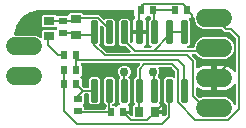
<source format=gbr>
G04 EAGLE Gerber RS-274X export*
G75*
%MOMM*%
%FSLAX34Y34*%
%LPD*%
%INTop Copper*%
%IPPOS*%
%AMOC8*
5,1,8,0,0,1.08239X$1,22.5*%
G01*
%ADD10C,0.300000*%
%ADD11R,0.600000X0.700000*%
%ADD12R,0.700000X0.600000*%
%ADD13R,0.900000X0.700000*%
%ADD14R,0.700000X0.900000*%
%ADD15C,1.524000*%
%ADD16C,0.152400*%
%ADD17C,0.756400*%

G36*
X258253Y261384D02*
X258253Y261384D01*
X258391Y261397D01*
X258411Y261404D01*
X258431Y261407D01*
X258560Y261458D01*
X258691Y261505D01*
X258708Y261516D01*
X258726Y261524D01*
X258839Y261605D01*
X258954Y261683D01*
X258967Y261699D01*
X258984Y261710D01*
X259073Y261818D01*
X259164Y261922D01*
X259174Y261940D01*
X259186Y261955D01*
X259246Y262081D01*
X259309Y262205D01*
X259313Y262225D01*
X259322Y262243D01*
X259348Y262379D01*
X259379Y262515D01*
X259378Y262536D01*
X259382Y262555D01*
X259373Y262694D01*
X259369Y262833D01*
X259363Y262853D01*
X259362Y262873D01*
X259319Y263005D01*
X259281Y263139D01*
X259270Y263156D01*
X259264Y263175D01*
X259190Y263293D01*
X259119Y263413D01*
X259100Y263434D01*
X259094Y263444D01*
X259079Y263458D01*
X259013Y263533D01*
X255543Y267004D01*
X255464Y267064D01*
X255392Y267132D01*
X255339Y267161D01*
X255291Y267198D01*
X255200Y267238D01*
X255114Y267286D01*
X255055Y267301D01*
X254999Y267325D01*
X254901Y267340D01*
X254806Y267365D01*
X254706Y267371D01*
X254685Y267375D01*
X254673Y267373D01*
X254645Y267375D01*
X251247Y267375D01*
X249475Y269147D01*
X249475Y288353D01*
X251247Y290125D01*
X256753Y290125D01*
X258525Y288353D01*
X258525Y271015D01*
X258537Y270917D01*
X258540Y270818D01*
X258557Y270759D01*
X258565Y270699D01*
X258601Y270607D01*
X258629Y270512D01*
X258659Y270460D01*
X258682Y270404D01*
X258740Y270324D01*
X258790Y270238D01*
X258856Y270163D01*
X258868Y270146D01*
X258878Y270139D01*
X258896Y270117D01*
X258993Y270021D01*
X259102Y269936D01*
X259209Y269848D01*
X259228Y269839D01*
X259244Y269826D01*
X259372Y269771D01*
X259497Y269712D01*
X259517Y269708D01*
X259536Y269700D01*
X259674Y269678D01*
X259810Y269652D01*
X259830Y269653D01*
X259850Y269650D01*
X259989Y269663D01*
X260127Y269672D01*
X260146Y269678D01*
X260166Y269680D01*
X260298Y269727D01*
X260429Y269770D01*
X260447Y269781D01*
X260466Y269788D01*
X260581Y269866D01*
X260698Y269940D01*
X260712Y269955D01*
X260729Y269966D01*
X260821Y270070D01*
X260916Y270172D01*
X260926Y270190D01*
X260939Y270205D01*
X261003Y270329D01*
X261070Y270450D01*
X261075Y270470D01*
X261084Y270488D01*
X261114Y270624D01*
X261149Y270758D01*
X261151Y270786D01*
X261154Y270798D01*
X261153Y270819D01*
X261159Y270919D01*
X261159Y277251D01*
X266470Y277251D01*
X266588Y277266D01*
X266707Y277273D01*
X266714Y277275D01*
X266770Y277261D01*
X266830Y277257D01*
X266850Y277253D01*
X266870Y277255D01*
X266930Y277251D01*
X272241Y277251D01*
X272241Y269868D01*
X271965Y268840D01*
X271433Y267919D01*
X270858Y267343D01*
X270773Y267234D01*
X270684Y267127D01*
X270675Y267108D01*
X270663Y267092D01*
X270608Y266964D01*
X270549Y266839D01*
X270545Y266819D01*
X270537Y266800D01*
X270515Y266662D01*
X270489Y266526D01*
X270490Y266506D01*
X270487Y266486D01*
X270500Y266347D01*
X270508Y266209D01*
X270515Y266190D01*
X270517Y266170D01*
X270564Y266039D01*
X270607Y265907D01*
X270617Y265889D01*
X270624Y265870D01*
X270702Y265756D01*
X270777Y265638D01*
X270791Y265624D01*
X270803Y265607D01*
X270907Y265515D01*
X271008Y265420D01*
X271026Y265410D01*
X271041Y265397D01*
X271165Y265334D01*
X271287Y265266D01*
X271306Y265261D01*
X271324Y265252D01*
X271460Y265222D01*
X271595Y265187D01*
X271623Y265185D01*
X271635Y265182D01*
X271655Y265183D01*
X271755Y265177D01*
X275781Y265177D01*
X275919Y265194D01*
X276058Y265207D01*
X276077Y265214D01*
X276097Y265217D01*
X276226Y265268D01*
X276357Y265315D01*
X276374Y265326D01*
X276393Y265334D01*
X276505Y265415D01*
X276620Y265493D01*
X276634Y265509D01*
X276650Y265520D01*
X276739Y265628D01*
X276831Y265732D01*
X276840Y265750D01*
X276853Y265765D01*
X276912Y265891D01*
X276975Y266015D01*
X276980Y266035D01*
X276988Y266053D01*
X277014Y266189D01*
X277045Y266325D01*
X277044Y266346D01*
X277048Y266365D01*
X277039Y266504D01*
X277035Y266643D01*
X277030Y266663D01*
X277028Y266683D01*
X276986Y266815D01*
X276947Y266949D01*
X276937Y266966D01*
X276930Y266985D01*
X276856Y267103D01*
X276785Y267223D01*
X276767Y267244D01*
X276760Y267254D01*
X276745Y267268D01*
X276679Y267343D01*
X274875Y269147D01*
X274875Y288353D01*
X276511Y289989D01*
X276596Y290098D01*
X276685Y290205D01*
X276693Y290224D01*
X276706Y290240D01*
X276761Y290368D01*
X276820Y290493D01*
X276824Y290513D01*
X276832Y290532D01*
X276854Y290670D01*
X276880Y290806D01*
X276879Y290826D01*
X276882Y290846D01*
X276869Y290985D01*
X276860Y291123D01*
X276854Y291142D01*
X276852Y291162D01*
X276805Y291294D01*
X276762Y291425D01*
X276752Y291443D01*
X276745Y291462D01*
X276667Y291577D01*
X276592Y291694D01*
X276577Y291708D01*
X276566Y291725D01*
X276462Y291817D01*
X276361Y291912D01*
X276343Y291922D01*
X276328Y291935D01*
X276204Y291999D01*
X276082Y292066D01*
X276062Y292071D01*
X276044Y292080D01*
X275909Y292110D01*
X275774Y292145D01*
X275746Y292147D01*
X275734Y292150D01*
X275714Y292149D01*
X275613Y292155D01*
X274295Y292155D01*
X274199Y292204D01*
X274160Y292213D01*
X274123Y292229D01*
X274005Y292248D01*
X273889Y292274D01*
X273849Y292273D01*
X273809Y292279D01*
X273690Y292268D01*
X273571Y292264D01*
X273532Y292253D01*
X273492Y292249D01*
X273380Y292209D01*
X273266Y292176D01*
X273231Y292155D01*
X273193Y292142D01*
X273094Y292075D01*
X272992Y292014D01*
X272947Y291974D01*
X272930Y291963D01*
X272916Y291948D01*
X272871Y291908D01*
X272610Y291647D01*
X271932Y291256D01*
X271837Y291184D01*
X271738Y291118D01*
X271711Y291088D01*
X271679Y291063D01*
X271605Y290970D01*
X271525Y290882D01*
X271506Y290846D01*
X271481Y290814D01*
X271433Y290705D01*
X271378Y290600D01*
X271368Y290561D01*
X271352Y290524D01*
X271332Y290406D01*
X271305Y290290D01*
X271305Y290250D01*
X271299Y290210D01*
X271309Y290091D01*
X271311Y289972D01*
X271322Y289933D01*
X271325Y289893D01*
X271364Y289781D01*
X271396Y289666D01*
X271423Y289612D01*
X271430Y289593D01*
X271441Y289576D01*
X271468Y289522D01*
X271965Y288660D01*
X272241Y287632D01*
X272241Y280249D01*
X266930Y280249D01*
X266812Y280234D01*
X266693Y280227D01*
X266686Y280225D01*
X266630Y280239D01*
X266570Y280243D01*
X266550Y280247D01*
X266530Y280245D01*
X266470Y280249D01*
X261159Y280249D01*
X261159Y287632D01*
X261435Y288660D01*
X261967Y289581D01*
X262772Y290386D01*
X262811Y290412D01*
X262838Y290442D01*
X262870Y290466D01*
X262944Y290560D01*
X263024Y290648D01*
X263043Y290684D01*
X263068Y290716D01*
X263116Y290825D01*
X263171Y290930D01*
X263181Y290969D01*
X263197Y291006D01*
X263217Y291123D01*
X263244Y291240D01*
X263244Y291280D01*
X263250Y291320D01*
X263240Y291438D01*
X263238Y291558D01*
X263227Y291596D01*
X263224Y291637D01*
X263185Y291749D01*
X263153Y291864D01*
X263126Y291918D01*
X263120Y291937D01*
X263108Y291954D01*
X263081Y292008D01*
X262682Y292699D01*
X262509Y293346D01*
X262509Y296418D01*
X262494Y296536D01*
X262487Y296655D01*
X262474Y296693D01*
X262469Y296734D01*
X262426Y296844D01*
X262389Y296957D01*
X262367Y296992D01*
X262352Y297029D01*
X262283Y297125D01*
X262219Y297226D01*
X262189Y297254D01*
X262166Y297287D01*
X262074Y297363D01*
X261987Y297444D01*
X261952Y297464D01*
X261921Y297489D01*
X261813Y297540D01*
X261709Y297598D01*
X261669Y297608D01*
X261633Y297625D01*
X261516Y297647D01*
X261401Y297677D01*
X261341Y297681D01*
X261321Y297685D01*
X261300Y297683D01*
X261240Y297687D01*
X182880Y297687D01*
X182859Y297685D01*
X182797Y297685D01*
X180078Y297506D01*
X180035Y297498D01*
X179991Y297498D01*
X179833Y297466D01*
X174581Y296059D01*
X174502Y296026D01*
X174419Y296003D01*
X174296Y295942D01*
X174287Y295938D01*
X174283Y295936D01*
X174275Y295932D01*
X169566Y293213D01*
X169498Y293161D01*
X169424Y293118D01*
X169321Y293027D01*
X169313Y293021D01*
X169310Y293018D01*
X169303Y293011D01*
X165459Y289167D01*
X165406Y289099D01*
X165346Y289038D01*
X165270Y288924D01*
X165264Y288916D01*
X165262Y288912D01*
X165257Y288904D01*
X162538Y284195D01*
X162505Y284116D01*
X162463Y284042D01*
X162419Y283912D01*
X162415Y283902D01*
X162414Y283898D01*
X162411Y283889D01*
X161004Y278637D01*
X160998Y278593D01*
X160984Y278551D01*
X160964Y278392D01*
X160885Y277197D01*
X160885Y277196D01*
X160885Y277194D01*
X160895Y277039D01*
X160904Y276880D01*
X160905Y276878D01*
X160905Y276877D01*
X160955Y276721D01*
X161002Y276577D01*
X161003Y276576D01*
X161003Y276575D01*
X161092Y276433D01*
X161172Y276308D01*
X161172Y276307D01*
X161173Y276306D01*
X161291Y276195D01*
X161403Y276089D01*
X161404Y276089D01*
X161405Y276088D01*
X161544Y276011D01*
X161681Y275935D01*
X161682Y275935D01*
X161683Y275934D01*
X161835Y275895D01*
X161989Y275855D01*
X161990Y275855D01*
X161991Y275855D01*
X162152Y275845D01*
X178349Y275845D01*
X181710Y274453D01*
X182309Y273854D01*
X182418Y273769D01*
X182525Y273680D01*
X182544Y273672D01*
X182560Y273659D01*
X182688Y273604D01*
X182813Y273545D01*
X182833Y273541D01*
X182852Y273533D01*
X182990Y273511D01*
X183126Y273485D01*
X183146Y273486D01*
X183166Y273483D01*
X183305Y273496D01*
X183443Y273505D01*
X183462Y273511D01*
X183482Y273513D01*
X183613Y273560D01*
X183745Y273603D01*
X183763Y273613D01*
X183782Y273620D01*
X183896Y273698D01*
X184014Y273773D01*
X184028Y273788D01*
X184045Y273799D01*
X184137Y273903D01*
X184232Y274004D01*
X184242Y274022D01*
X184255Y274037D01*
X184318Y274161D01*
X184386Y274283D01*
X184391Y274303D01*
X184400Y274321D01*
X184430Y274456D01*
X184465Y274591D01*
X184467Y274619D01*
X184470Y274631D01*
X184469Y274651D01*
X184475Y274752D01*
X184475Y279572D01*
X185368Y280465D01*
X195636Y280465D01*
X195754Y280480D01*
X195873Y280487D01*
X195911Y280500D01*
X195952Y280505D01*
X196062Y280548D01*
X196175Y280585D01*
X196210Y280607D01*
X196247Y280622D01*
X196343Y280691D01*
X196444Y280755D01*
X196472Y280785D01*
X196505Y280808D01*
X196581Y280900D01*
X196662Y280987D01*
X196682Y281022D01*
X196707Y281053D01*
X196758Y281161D01*
X196816Y281265D01*
X196826Y281305D01*
X196843Y281341D01*
X196865Y281458D01*
X196895Y281573D01*
X196899Y281633D01*
X196903Y281653D01*
X196901Y281674D01*
X196905Y281734D01*
X196905Y282146D01*
X196890Y282264D01*
X196883Y282383D01*
X196870Y282421D01*
X196865Y282462D01*
X196822Y282572D01*
X196785Y282685D01*
X196763Y282720D01*
X196748Y282757D01*
X196679Y282853D01*
X196615Y282954D01*
X196585Y282982D01*
X196562Y283015D01*
X196470Y283091D01*
X196383Y283172D01*
X196348Y283192D01*
X196317Y283217D01*
X196209Y283268D01*
X196105Y283326D01*
X196065Y283336D01*
X196029Y283353D01*
X195912Y283375D01*
X195797Y283405D01*
X195737Y283409D01*
X195717Y283413D01*
X195696Y283411D01*
X195636Y283415D01*
X185368Y283415D01*
X184475Y284308D01*
X184475Y292572D01*
X185368Y293465D01*
X195632Y293465D01*
X196183Y292914D01*
X196277Y292841D01*
X196366Y292762D01*
X196402Y292744D01*
X196434Y292719D01*
X196543Y292671D01*
X196649Y292617D01*
X196688Y292609D01*
X196726Y292593D01*
X196844Y292574D01*
X196959Y292548D01*
X197000Y292549D01*
X197040Y292543D01*
X197159Y292554D01*
X197277Y292557D01*
X197316Y292569D01*
X197356Y292572D01*
X197469Y292613D01*
X197583Y292646D01*
X197618Y292666D01*
X197656Y292680D01*
X197736Y292735D01*
X206066Y292735D01*
X206184Y292750D01*
X206303Y292757D01*
X206341Y292770D01*
X206382Y292775D01*
X206492Y292818D01*
X206605Y292855D01*
X206640Y292877D01*
X206677Y292892D01*
X206773Y292961D01*
X206874Y293025D01*
X206902Y293055D01*
X206935Y293078D01*
X207011Y293170D01*
X207092Y293257D01*
X207112Y293292D01*
X207137Y293323D01*
X207188Y293431D01*
X207246Y293535D01*
X207256Y293575D01*
X207273Y293611D01*
X207295Y293728D01*
X207321Y293827D01*
X208228Y294735D01*
X218492Y294735D01*
X219682Y293544D01*
X219760Y293484D01*
X219832Y293416D01*
X219885Y293387D01*
X219933Y293350D01*
X220024Y293310D01*
X220111Y293262D01*
X220169Y293247D01*
X220225Y293223D01*
X220323Y293208D01*
X220419Y293183D01*
X220519Y293177D01*
X220539Y293173D01*
X220551Y293175D01*
X220579Y293173D01*
X232615Y293173D01*
X236208Y289580D01*
X236302Y289507D01*
X236391Y289429D01*
X236427Y289410D01*
X236459Y289385D01*
X236569Y289338D01*
X236674Y289284D01*
X236714Y289275D01*
X236751Y289259D01*
X236869Y289240D01*
X236985Y289214D01*
X237025Y289216D01*
X237065Y289209D01*
X237184Y289220D01*
X237303Y289224D01*
X237341Y289235D01*
X237382Y289239D01*
X237494Y289279D01*
X237608Y289312D01*
X237643Y289333D01*
X237681Y289347D01*
X237779Y289413D01*
X237882Y289474D01*
X237927Y289514D01*
X237944Y289525D01*
X237958Y289541D01*
X238003Y289580D01*
X238547Y290125D01*
X244053Y290125D01*
X245825Y288353D01*
X245825Y269147D01*
X244053Y267375D01*
X238547Y267375D01*
X236775Y269147D01*
X236775Y282019D01*
X236763Y282117D01*
X236760Y282216D01*
X236743Y282275D01*
X236735Y282335D01*
X236699Y282427D01*
X236671Y282522D01*
X236641Y282574D01*
X236618Y282630D01*
X236560Y282710D01*
X236510Y282796D01*
X236444Y282871D01*
X236432Y282888D01*
X236422Y282896D01*
X236404Y282917D01*
X235291Y284029D01*
X235182Y284114D01*
X235075Y284203D01*
X235056Y284211D01*
X235040Y284224D01*
X234913Y284279D01*
X234787Y284338D01*
X234767Y284342D01*
X234748Y284350D01*
X234610Y284372D01*
X234474Y284398D01*
X234454Y284397D01*
X234434Y284400D01*
X234295Y284387D01*
X234157Y284378D01*
X234138Y284372D01*
X234118Y284370D01*
X233986Y284323D01*
X233855Y284280D01*
X233837Y284269D01*
X233818Y284263D01*
X233703Y284184D01*
X233586Y284110D01*
X233572Y284095D01*
X233555Y284084D01*
X233463Y283980D01*
X233368Y283878D01*
X233358Y283861D01*
X233345Y283846D01*
X233282Y283722D01*
X233214Y283600D01*
X233209Y283580D01*
X233200Y283562D01*
X233170Y283426D01*
X233135Y283292D01*
X233133Y283264D01*
X233130Y283252D01*
X233131Y283231D01*
X233125Y283131D01*
X233125Y269147D01*
X232788Y268811D01*
X232715Y268717D01*
X232637Y268627D01*
X232618Y268591D01*
X232593Y268559D01*
X232546Y268450D01*
X232492Y268344D01*
X232483Y268305D01*
X232467Y268268D01*
X232448Y268150D01*
X232422Y268034D01*
X232423Y267993D01*
X232417Y267953D01*
X232428Y267835D01*
X232432Y267716D01*
X232443Y267677D01*
X232447Y267637D01*
X232487Y267525D01*
X232520Y267410D01*
X232541Y267376D01*
X232555Y267338D01*
X232621Y267239D01*
X232682Y267137D01*
X232722Y267091D01*
X232733Y267074D01*
X232748Y267061D01*
X232788Y267016D01*
X238065Y261738D01*
X238144Y261678D01*
X238216Y261610D01*
X238269Y261581D01*
X238317Y261544D01*
X238408Y261504D01*
X238494Y261456D01*
X238553Y261441D01*
X238609Y261417D01*
X238707Y261402D01*
X238802Y261377D01*
X238902Y261371D01*
X238923Y261367D01*
X238935Y261369D01*
X238963Y261367D01*
X258115Y261367D01*
X258253Y261384D01*
G37*
G36*
X260374Y207788D02*
X260374Y207788D01*
X260493Y207795D01*
X260531Y207808D01*
X260572Y207813D01*
X260682Y207856D01*
X260795Y207893D01*
X260830Y207915D01*
X260867Y207930D01*
X260963Y207999D01*
X261064Y208063D01*
X261092Y208093D01*
X261125Y208116D01*
X261201Y208208D01*
X261282Y208295D01*
X261302Y208330D01*
X261327Y208361D01*
X261378Y208469D01*
X261436Y208573D01*
X261446Y208613D01*
X261463Y208649D01*
X261485Y208766D01*
X261515Y208881D01*
X261519Y208941D01*
X261523Y208961D01*
X261521Y208982D01*
X261525Y209042D01*
X261525Y215952D01*
X262699Y217125D01*
X262752Y217161D01*
X262766Y217177D01*
X262782Y217188D01*
X262871Y217296D01*
X262963Y217400D01*
X262972Y217418D01*
X262985Y217433D01*
X263044Y217559D01*
X263107Y217683D01*
X263112Y217703D01*
X263120Y217721D01*
X263146Y217858D01*
X263177Y217993D01*
X263176Y218014D01*
X263180Y218033D01*
X263172Y218172D01*
X263167Y218311D01*
X263162Y218331D01*
X263160Y218351D01*
X263118Y218483D01*
X263079Y218617D01*
X263069Y218634D01*
X263062Y218653D01*
X262988Y218771D01*
X262917Y218891D01*
X262899Y218912D01*
X262892Y218922D01*
X262877Y218936D01*
X262811Y219011D01*
X262175Y219647D01*
X262175Y238853D01*
X264281Y240959D01*
X264295Y240968D01*
X264313Y240990D01*
X264319Y240996D01*
X264335Y241017D01*
X264371Y241060D01*
X264452Y241147D01*
X264472Y241182D01*
X264497Y241213D01*
X264513Y241247D01*
X264514Y241248D01*
X264516Y241254D01*
X264548Y241321D01*
X264606Y241425D01*
X264616Y241465D01*
X264633Y241501D01*
X264655Y241618D01*
X264685Y241733D01*
X264689Y241793D01*
X264693Y241813D01*
X264691Y241834D01*
X264695Y241894D01*
X264695Y248571D01*
X266941Y250817D01*
X267026Y250926D01*
X267115Y251033D01*
X267124Y251052D01*
X267136Y251068D01*
X267191Y251196D01*
X267251Y251321D01*
X267254Y251341D01*
X267262Y251360D01*
X267284Y251498D01*
X267310Y251634D01*
X267309Y251654D01*
X267312Y251674D01*
X267299Y251813D01*
X267291Y251951D01*
X267284Y251970D01*
X267282Y251990D01*
X267235Y252122D01*
X267193Y252253D01*
X267182Y252271D01*
X267175Y252290D01*
X267097Y252405D01*
X267022Y252522D01*
X267008Y252536D01*
X266996Y252553D01*
X266892Y252645D01*
X266791Y252740D01*
X266773Y252750D01*
X266758Y252763D01*
X266634Y252827D01*
X266512Y252894D01*
X266493Y252899D01*
X266475Y252908D01*
X266339Y252938D01*
X266204Y252973D01*
X266176Y252975D01*
X266164Y252978D01*
X266144Y252977D01*
X266044Y252983D01*
X218397Y252983D01*
X218259Y252966D01*
X218121Y252953D01*
X218102Y252946D01*
X218082Y252943D01*
X217952Y252892D01*
X217822Y252845D01*
X217805Y252834D01*
X217786Y252826D01*
X217673Y252745D01*
X217558Y252667D01*
X217545Y252651D01*
X217529Y252640D01*
X217440Y252532D01*
X217348Y252428D01*
X217339Y252410D01*
X217326Y252395D01*
X217267Y252269D01*
X217203Y252145D01*
X217199Y252125D01*
X217190Y252107D01*
X217164Y251970D01*
X217134Y251835D01*
X217134Y251814D01*
X217131Y251795D01*
X217139Y251656D01*
X217143Y251517D01*
X217149Y251497D01*
X217150Y251477D01*
X217193Y251345D01*
X217232Y251211D01*
X217242Y251194D01*
X217248Y251175D01*
X217323Y251057D01*
X217393Y250937D01*
X217412Y250916D01*
X217419Y250906D01*
X217433Y250892D01*
X217500Y250816D01*
X217805Y250512D01*
X217805Y242248D01*
X217119Y241562D01*
X217046Y241468D01*
X216967Y241379D01*
X216949Y241343D01*
X216924Y241311D01*
X216876Y241202D01*
X216822Y241096D01*
X216814Y241057D01*
X216798Y241019D01*
X216779Y240902D01*
X216753Y240786D01*
X216754Y240745D01*
X216748Y240705D01*
X216759Y240587D01*
X216762Y240468D01*
X216774Y240429D01*
X216777Y240389D01*
X216818Y240277D01*
X216851Y240162D01*
X216871Y240127D01*
X216885Y240089D01*
X216952Y239991D01*
X217012Y239888D01*
X217052Y239843D01*
X217064Y239826D01*
X217079Y239813D01*
X217119Y239767D01*
X217805Y239082D01*
X217805Y234185D01*
X217817Y234087D01*
X217820Y233988D01*
X217837Y233929D01*
X217845Y233869D01*
X217881Y233777D01*
X217909Y233682D01*
X217939Y233630D01*
X217962Y233574D01*
X218020Y233494D01*
X218070Y233408D01*
X218136Y233333D01*
X218148Y233316D01*
X218158Y233309D01*
X218176Y233287D01*
X219555Y231908D01*
X219634Y231848D01*
X219706Y231780D01*
X219759Y231751D01*
X219807Y231714D01*
X219898Y231674D01*
X219984Y231626D01*
X220043Y231611D01*
X220099Y231587D01*
X220197Y231572D01*
X220292Y231547D01*
X220392Y231541D01*
X220413Y231537D01*
X220425Y231539D01*
X220453Y231537D01*
X222806Y231537D01*
X222924Y231552D01*
X223043Y231559D01*
X223081Y231572D01*
X223122Y231577D01*
X223232Y231620D01*
X223345Y231657D01*
X223380Y231679D01*
X223417Y231694D01*
X223513Y231763D01*
X223614Y231827D01*
X223642Y231857D01*
X223675Y231880D01*
X223751Y231972D01*
X223832Y232059D01*
X223852Y232094D01*
X223877Y232125D01*
X223928Y232233D01*
X223986Y232337D01*
X223996Y232377D01*
X224013Y232413D01*
X224035Y232530D01*
X224065Y232645D01*
X224069Y232705D01*
X224073Y232725D01*
X224071Y232746D01*
X224075Y232806D01*
X224075Y238853D01*
X225847Y240625D01*
X231353Y240625D01*
X233125Y238853D01*
X233125Y219647D01*
X231353Y217875D01*
X225847Y217875D01*
X224075Y219647D01*
X224075Y225694D01*
X224060Y225812D01*
X224053Y225931D01*
X224040Y225969D01*
X224035Y226010D01*
X223992Y226120D01*
X223955Y226233D01*
X223933Y226268D01*
X223918Y226305D01*
X223849Y226401D01*
X223785Y226502D01*
X223755Y226530D01*
X223732Y226563D01*
X223640Y226639D01*
X223553Y226720D01*
X223518Y226740D01*
X223487Y226765D01*
X223379Y226816D01*
X223275Y226874D01*
X223235Y226884D01*
X223199Y226901D01*
X223082Y226923D01*
X222967Y226953D01*
X222907Y226957D01*
X222887Y226961D01*
X222866Y226959D01*
X222806Y226963D01*
X220924Y226963D01*
X220806Y226948D01*
X220687Y226941D01*
X220649Y226928D01*
X220608Y226923D01*
X220498Y226880D01*
X220385Y226843D01*
X220350Y226821D01*
X220313Y226806D01*
X220217Y226737D01*
X220116Y226673D01*
X220088Y226643D01*
X220055Y226620D01*
X219979Y226528D01*
X219898Y226441D01*
X219878Y226406D01*
X219853Y226375D01*
X219802Y226267D01*
X219744Y226163D01*
X219734Y226123D01*
X219717Y226087D01*
X219695Y225970D01*
X219665Y225855D01*
X219661Y225795D01*
X219657Y225775D01*
X219659Y225754D01*
X219655Y225694D01*
X219655Y218538D01*
X219184Y218067D01*
X219111Y217973D01*
X219032Y217884D01*
X219014Y217848D01*
X218989Y217816D01*
X218941Y217707D01*
X218887Y217601D01*
X218879Y217562D01*
X218863Y217524D01*
X218844Y217407D01*
X218818Y217291D01*
X218819Y217250D01*
X218813Y217210D01*
X218824Y217092D01*
X218827Y216973D01*
X218839Y216934D01*
X218842Y216894D01*
X218883Y216782D01*
X218916Y216667D01*
X218936Y216632D01*
X218950Y216594D01*
X219017Y216496D01*
X219077Y216393D01*
X219117Y216348D01*
X219129Y216331D01*
X219144Y216318D01*
X219184Y216272D01*
X219655Y215802D01*
X219655Y214376D01*
X219670Y214258D01*
X219677Y214139D01*
X219690Y214101D01*
X219695Y214060D01*
X219738Y213950D01*
X219775Y213837D01*
X219797Y213802D01*
X219812Y213765D01*
X219881Y213669D01*
X219945Y213568D01*
X219975Y213540D01*
X219998Y213507D01*
X220090Y213431D01*
X220177Y213350D01*
X220212Y213330D01*
X220243Y213305D01*
X220351Y213254D01*
X220455Y213196D01*
X220495Y213186D01*
X220531Y213169D01*
X220648Y213147D01*
X220763Y213117D01*
X220823Y213113D01*
X220843Y213109D01*
X220864Y213111D01*
X220924Y213107D01*
X236856Y213107D01*
X236974Y213122D01*
X237093Y213129D01*
X237131Y213142D01*
X237172Y213147D01*
X237282Y213190D01*
X237395Y213227D01*
X237430Y213249D01*
X237467Y213264D01*
X237563Y213333D01*
X237664Y213397D01*
X237692Y213427D01*
X237725Y213450D01*
X237801Y213542D01*
X237882Y213629D01*
X237902Y213664D01*
X237927Y213695D01*
X237978Y213803D01*
X238036Y213907D01*
X238046Y213947D01*
X238063Y213983D01*
X238085Y214100D01*
X238115Y214215D01*
X238119Y214275D01*
X238123Y214295D01*
X238121Y214316D01*
X238125Y214376D01*
X238125Y214952D01*
X238642Y215468D01*
X238702Y215546D01*
X238770Y215618D01*
X238799Y215671D01*
X238836Y215719D01*
X238876Y215810D01*
X238924Y215897D01*
X238939Y215955D01*
X238963Y216011D01*
X238978Y216109D01*
X239003Y216205D01*
X239009Y216305D01*
X239013Y216325D01*
X239011Y216337D01*
X239013Y216365D01*
X239013Y216883D01*
X239001Y216982D01*
X238998Y217081D01*
X238981Y217139D01*
X238973Y217199D01*
X238937Y217291D01*
X238909Y217386D01*
X238879Y217438D01*
X238856Y217495D01*
X238798Y217575D01*
X238748Y217660D01*
X238682Y217735D01*
X238670Y217752D01*
X238660Y217760D01*
X238642Y217781D01*
X236775Y219647D01*
X236775Y238853D01*
X238547Y240625D01*
X244053Y240625D01*
X245825Y238853D01*
X245825Y219647D01*
X244189Y218011D01*
X244103Y217901D01*
X244015Y217795D01*
X244007Y217776D01*
X243994Y217760D01*
X243939Y217632D01*
X243880Y217507D01*
X243876Y217487D01*
X243868Y217468D01*
X243846Y217330D01*
X243820Y217194D01*
X243821Y217174D01*
X243818Y217154D01*
X243831Y217014D01*
X243840Y216877D01*
X243846Y216858D01*
X243848Y216838D01*
X243895Y216706D01*
X243938Y216575D01*
X243948Y216557D01*
X243955Y216538D01*
X244033Y216423D01*
X244108Y216306D01*
X244123Y216292D01*
X244134Y216275D01*
X244238Y216183D01*
X244339Y216088D01*
X244357Y216078D01*
X244372Y216065D01*
X244496Y216001D01*
X244618Y215934D01*
X244638Y215929D01*
X244656Y215920D01*
X244791Y215890D01*
X244926Y215855D01*
X244954Y215853D01*
X244966Y215850D01*
X244986Y215851D01*
X245087Y215845D01*
X246405Y215845D01*
X246501Y215796D01*
X246540Y215787D01*
X246577Y215771D01*
X246695Y215752D01*
X246811Y215726D01*
X246851Y215727D01*
X246891Y215721D01*
X247010Y215732D01*
X247129Y215736D01*
X247168Y215747D01*
X247208Y215751D01*
X247320Y215791D01*
X247434Y215824D01*
X247469Y215845D01*
X247507Y215858D01*
X247606Y215925D01*
X247708Y215986D01*
X247753Y216026D01*
X247770Y216037D01*
X247784Y216052D01*
X247829Y216092D01*
X248090Y216353D01*
X248669Y216688D01*
X249405Y216885D01*
X249474Y216891D01*
X249493Y216898D01*
X249513Y216901D01*
X249642Y216952D01*
X249773Y216999D01*
X249790Y217010D01*
X249809Y217018D01*
X249921Y217099D01*
X250036Y217177D01*
X250050Y217193D01*
X250066Y217204D01*
X250155Y217312D01*
X250247Y217416D01*
X250256Y217434D01*
X250269Y217449D01*
X250328Y217575D01*
X250391Y217699D01*
X250396Y217719D01*
X250404Y217737D01*
X250430Y217874D01*
X250461Y218009D01*
X250460Y218030D01*
X250464Y218049D01*
X250455Y218188D01*
X250451Y218327D01*
X250446Y218347D01*
X250444Y218367D01*
X250402Y218499D01*
X250363Y218633D01*
X250353Y218650D01*
X250346Y218669D01*
X250272Y218787D01*
X250201Y218907D01*
X250183Y218928D01*
X250176Y218938D01*
X250161Y218952D01*
X250095Y219027D01*
X249475Y219647D01*
X249475Y238853D01*
X250216Y239594D01*
X250289Y239688D01*
X250368Y239777D01*
X250386Y239813D01*
X250411Y239845D01*
X250459Y239955D01*
X250513Y240060D01*
X250521Y240100D01*
X250538Y240137D01*
X250556Y240255D01*
X250582Y240371D01*
X250581Y240411D01*
X250587Y240451D01*
X250576Y240570D01*
X250573Y240689D01*
X250561Y240727D01*
X250558Y240768D01*
X250517Y240880D01*
X250484Y240994D01*
X250464Y241029D01*
X250450Y241067D01*
X250383Y241165D01*
X250323Y241268D01*
X250283Y241313D01*
X250271Y241330D01*
X250256Y241344D01*
X250216Y241389D01*
X249501Y242104D01*
X248693Y244054D01*
X248693Y246166D01*
X249501Y248116D01*
X250994Y249609D01*
X252944Y250417D01*
X255056Y250417D01*
X257006Y249609D01*
X258499Y248116D01*
X259307Y246166D01*
X259307Y244054D01*
X258499Y242104D01*
X257784Y241389D01*
X257711Y241295D01*
X257632Y241206D01*
X257614Y241170D01*
X257589Y241138D01*
X257542Y241028D01*
X257487Y240922D01*
X257479Y240883D01*
X257462Y240846D01*
X257444Y240728D01*
X257418Y240612D01*
X257419Y240572D01*
X257413Y240532D01*
X257424Y240413D01*
X257427Y240294D01*
X257439Y240255D01*
X257442Y240215D01*
X257483Y240103D01*
X257516Y239989D01*
X257536Y239954D01*
X257550Y239916D01*
X257617Y239817D01*
X257677Y239715D01*
X257717Y239669D01*
X257729Y239653D01*
X257744Y239639D01*
X257784Y239594D01*
X258525Y238853D01*
X258525Y219647D01*
X257118Y218240D01*
X257045Y218146D01*
X256966Y218057D01*
X256948Y218021D01*
X256923Y217989D01*
X256876Y217880D01*
X256822Y217774D01*
X256813Y217734D01*
X256797Y217697D01*
X256778Y217579D01*
X256752Y217463D01*
X256753Y217423D01*
X256747Y217383D01*
X256758Y217264D01*
X256762Y217146D01*
X256773Y217107D01*
X256777Y217066D01*
X256817Y216954D01*
X256850Y216840D01*
X256870Y216805D01*
X256884Y216767D01*
X256951Y216669D01*
X257011Y216566D01*
X257051Y216521D01*
X257063Y216504D01*
X257078Y216491D01*
X257118Y216445D01*
X257683Y215880D01*
X258018Y215301D01*
X258191Y214654D01*
X258191Y212319D01*
X252880Y212319D01*
X252762Y212304D01*
X252643Y212297D01*
X252605Y212284D01*
X252565Y212279D01*
X252454Y212236D01*
X252341Y212199D01*
X252307Y212177D01*
X252269Y212162D01*
X252173Y212093D01*
X252072Y212029D01*
X252044Y211999D01*
X252012Y211976D01*
X251936Y211884D01*
X251854Y211797D01*
X251835Y211762D01*
X251809Y211731D01*
X251758Y211623D01*
X251701Y211519D01*
X251691Y211479D01*
X251673Y211443D01*
X251651Y211326D01*
X251621Y211211D01*
X251617Y211151D01*
X251614Y211131D01*
X251615Y211110D01*
X251611Y211050D01*
X251611Y210590D01*
X251626Y210472D01*
X251633Y210353D01*
X251646Y210315D01*
X251651Y210274D01*
X251695Y210164D01*
X251731Y210051D01*
X251753Y210016D01*
X251768Y209979D01*
X251838Y209882D01*
X251901Y209782D01*
X251931Y209754D01*
X251955Y209721D01*
X252046Y209645D01*
X252133Y209564D01*
X252168Y209544D01*
X252200Y209519D01*
X252307Y209468D01*
X252412Y209410D01*
X252451Y209400D01*
X252487Y209383D01*
X252604Y209361D01*
X252720Y209331D01*
X252780Y209327D01*
X252800Y209323D01*
X252820Y209325D01*
X252880Y209321D01*
X258191Y209321D01*
X258191Y209042D01*
X258206Y208924D01*
X258213Y208805D01*
X258226Y208767D01*
X258231Y208726D01*
X258274Y208616D01*
X258311Y208503D01*
X258333Y208468D01*
X258348Y208431D01*
X258417Y208335D01*
X258481Y208234D01*
X258511Y208206D01*
X258534Y208173D01*
X258626Y208097D01*
X258713Y208016D01*
X258748Y207996D01*
X258779Y207971D01*
X258887Y207920D01*
X258991Y207862D01*
X259031Y207852D01*
X259067Y207835D01*
X259184Y207813D01*
X259299Y207783D01*
X259359Y207779D01*
X259379Y207775D01*
X259400Y207777D01*
X259460Y207773D01*
X260256Y207773D01*
X260374Y207788D01*
G37*
G36*
X312284Y265192D02*
X312284Y265192D01*
X312403Y265199D01*
X312441Y265212D01*
X312482Y265217D01*
X312592Y265260D01*
X312705Y265297D01*
X312740Y265319D01*
X312777Y265334D01*
X312873Y265403D01*
X312974Y265467D01*
X313002Y265497D01*
X313035Y265520D01*
X313111Y265612D01*
X313192Y265699D01*
X313212Y265734D01*
X313237Y265765D01*
X313288Y265873D01*
X313346Y265977D01*
X313356Y266017D01*
X313373Y266053D01*
X313395Y266170D01*
X313425Y266285D01*
X313429Y266345D01*
X313433Y266365D01*
X313431Y266386D01*
X313435Y266446D01*
X313435Y267249D01*
X314827Y270610D01*
X317400Y273183D01*
X320761Y274575D01*
X339639Y274575D01*
X343000Y273183D01*
X345573Y270610D01*
X346299Y268855D01*
X346334Y268795D01*
X346360Y268730D01*
X346412Y268657D01*
X346457Y268579D01*
X346505Y268529D01*
X346546Y268472D01*
X346616Y268415D01*
X346678Y268351D01*
X346738Y268314D01*
X346791Y268270D01*
X346873Y268231D01*
X346949Y268184D01*
X347016Y268164D01*
X347079Y268134D01*
X347167Y268117D01*
X347253Y268091D01*
X347323Y268087D01*
X347392Y268074D01*
X347481Y268080D01*
X347571Y268076D01*
X347639Y268090D01*
X347709Y268094D01*
X347794Y268122D01*
X347882Y268140D01*
X347945Y268171D01*
X348011Y268192D01*
X348087Y268240D01*
X348168Y268280D01*
X348221Y268325D01*
X348280Y268362D01*
X348342Y268428D01*
X348410Y268486D01*
X348450Y268543D01*
X348498Y268594D01*
X348541Y268672D01*
X348593Y268746D01*
X348618Y268811D01*
X348652Y268872D01*
X348674Y268959D01*
X348706Y269043D01*
X348714Y269113D01*
X348731Y269180D01*
X348741Y269341D01*
X348741Y272840D01*
X348729Y272938D01*
X348726Y273037D01*
X348709Y273095D01*
X348701Y273155D01*
X348665Y273247D01*
X348637Y273342D01*
X348607Y273395D01*
X348584Y273451D01*
X348526Y273531D01*
X348476Y273616D01*
X348410Y273692D01*
X348398Y273708D01*
X348388Y273716D01*
X348370Y273737D01*
X343507Y278600D01*
X343429Y278660D01*
X343357Y278728D01*
X343304Y278757D01*
X343256Y278794D01*
X343165Y278834D01*
X343078Y278882D01*
X343020Y278897D01*
X342964Y278921D01*
X342866Y278936D01*
X342770Y278961D01*
X342670Y278967D01*
X342650Y278971D01*
X342638Y278969D01*
X342610Y278971D01*
X338825Y278971D01*
X337114Y280683D01*
X336483Y281313D01*
X336404Y281374D01*
X336332Y281442D01*
X336279Y281471D01*
X336231Y281508D01*
X336140Y281548D01*
X336054Y281596D01*
X335995Y281611D01*
X335939Y281635D01*
X335841Y281650D01*
X335746Y281675D01*
X335646Y281681D01*
X335625Y281685D01*
X335613Y281683D01*
X335585Y281685D01*
X320761Y281685D01*
X317400Y283077D01*
X314827Y285650D01*
X313435Y289011D01*
X313435Y290381D01*
X313419Y290512D01*
X313408Y290644D01*
X313399Y290670D01*
X313395Y290697D01*
X313347Y290819D01*
X313303Y290945D01*
X313288Y290967D01*
X313278Y290992D01*
X313201Y291099D01*
X313127Y291210D01*
X313107Y291228D01*
X313092Y291250D01*
X312990Y291334D01*
X312891Y291423D01*
X312867Y291435D01*
X312847Y291452D01*
X312727Y291509D01*
X312610Y291570D01*
X312583Y291577D01*
X312559Y291588D01*
X312429Y291613D01*
X312300Y291643D01*
X312273Y291643D01*
X312247Y291648D01*
X312115Y291640D01*
X311982Y291637D01*
X311956Y291630D01*
X311929Y291628D01*
X311803Y291587D01*
X311676Y291552D01*
X311641Y291535D01*
X311627Y291530D01*
X311608Y291518D01*
X311531Y291480D01*
X311241Y291312D01*
X310594Y291139D01*
X309603Y291139D01*
X309465Y291122D01*
X309326Y291109D01*
X309307Y291102D01*
X309287Y291099D01*
X309158Y291048D01*
X309027Y291001D01*
X309010Y290990D01*
X308991Y290982D01*
X308879Y290901D01*
X308764Y290823D01*
X308750Y290807D01*
X308734Y290796D01*
X308645Y290688D01*
X308553Y290584D01*
X308544Y290566D01*
X308531Y290551D01*
X308472Y290425D01*
X308409Y290301D01*
X308404Y290281D01*
X308396Y290263D01*
X308370Y290126D01*
X308339Y289991D01*
X308340Y289970D01*
X308336Y289951D01*
X308345Y289812D01*
X308349Y289673D01*
X308354Y289653D01*
X308356Y289633D01*
X308398Y289501D01*
X308437Y289367D01*
X308447Y289350D01*
X308454Y289331D01*
X308528Y289213D01*
X308599Y289093D01*
X308617Y289072D01*
X308624Y289062D01*
X308639Y289048D01*
X308705Y288973D01*
X309325Y288353D01*
X309325Y269147D01*
X307521Y267343D01*
X307436Y267234D01*
X307347Y267127D01*
X307339Y267108D01*
X307326Y267092D01*
X307271Y266964D01*
X307212Y266839D01*
X307208Y266819D01*
X307200Y266800D01*
X307178Y266662D01*
X307152Y266526D01*
X307153Y266506D01*
X307150Y266486D01*
X307163Y266347D01*
X307172Y266209D01*
X307178Y266190D01*
X307180Y266170D01*
X307227Y266038D01*
X307270Y265907D01*
X307280Y265889D01*
X307287Y265870D01*
X307365Y265755D01*
X307440Y265638D01*
X307455Y265624D01*
X307466Y265607D01*
X307570Y265515D01*
X307671Y265420D01*
X307689Y265410D01*
X307704Y265397D01*
X307828Y265333D01*
X307950Y265266D01*
X307970Y265261D01*
X307988Y265252D01*
X308123Y265222D01*
X308258Y265187D01*
X308286Y265185D01*
X308298Y265182D01*
X308318Y265183D01*
X308419Y265177D01*
X312166Y265177D01*
X312284Y265192D01*
G37*
G36*
X331588Y240046D02*
X331588Y240046D01*
X331707Y240053D01*
X331745Y240066D01*
X331785Y240071D01*
X331896Y240115D01*
X332009Y240151D01*
X332044Y240173D01*
X332081Y240188D01*
X332177Y240258D01*
X332278Y240321D01*
X332306Y240351D01*
X332339Y240375D01*
X332414Y240466D01*
X332496Y240553D01*
X332516Y240588D01*
X332541Y240620D01*
X332592Y240727D01*
X332650Y240832D01*
X332660Y240871D01*
X332677Y240907D01*
X332699Y241024D01*
X332729Y241139D01*
X332733Y241200D01*
X332737Y241220D01*
X332735Y241240D01*
X332739Y241300D01*
X332739Y250191D01*
X338620Y250191D01*
X340199Y249941D01*
X341720Y249446D01*
X343145Y248720D01*
X344439Y247780D01*
X345570Y246649D01*
X346445Y245445D01*
X346500Y245387D01*
X346546Y245322D01*
X346608Y245271D01*
X346663Y245213D01*
X346730Y245170D01*
X346791Y245120D01*
X346864Y245086D01*
X346931Y245043D01*
X347007Y245018D01*
X347079Y244984D01*
X347158Y244969D01*
X347234Y244944D01*
X347313Y244939D01*
X347392Y244924D01*
X347471Y244929D01*
X347551Y244924D01*
X347629Y244939D01*
X347709Y244944D01*
X347785Y244969D01*
X347864Y244984D01*
X347936Y245018D01*
X348011Y245042D01*
X348079Y245085D01*
X348151Y245119D01*
X348213Y245170D01*
X348280Y245212D01*
X348335Y245270D01*
X348397Y245321D01*
X348443Y245386D01*
X348498Y245444D01*
X348537Y245514D01*
X348584Y245579D01*
X348613Y245653D01*
X348652Y245722D01*
X348672Y245800D01*
X348701Y245874D01*
X348711Y245953D01*
X348731Y246030D01*
X348741Y246188D01*
X348741Y246190D01*
X348741Y246191D01*
X348741Y261519D01*
X348733Y261588D01*
X348734Y261658D01*
X348713Y261745D01*
X348701Y261835D01*
X348676Y261899D01*
X348659Y261967D01*
X348617Y262047D01*
X348584Y262130D01*
X348543Y262187D01*
X348511Y262248D01*
X348450Y262315D01*
X348398Y262388D01*
X348344Y262432D01*
X348297Y262484D01*
X348222Y262533D01*
X348153Y262590D01*
X348089Y262620D01*
X348031Y262658D01*
X347946Y262688D01*
X347865Y262726D01*
X347796Y262739D01*
X347730Y262762D01*
X347641Y262769D01*
X347553Y262786D01*
X347483Y262781D01*
X347413Y262787D01*
X347325Y262772D01*
X347235Y262766D01*
X347169Y262744D01*
X347100Y262733D01*
X347018Y262696D01*
X346933Y262668D01*
X346874Y262631D01*
X346810Y262602D01*
X346740Y262546D01*
X346664Y262498D01*
X346616Y262447D01*
X346562Y262403D01*
X346507Y262332D01*
X346446Y262266D01*
X346412Y262205D01*
X346370Y262149D01*
X346299Y262005D01*
X345573Y260250D01*
X343000Y257677D01*
X339639Y256285D01*
X320761Y256285D01*
X317400Y257677D01*
X314846Y260232D01*
X314768Y260292D01*
X314696Y260360D01*
X314643Y260389D01*
X314595Y260426D01*
X314504Y260466D01*
X314417Y260514D01*
X314358Y260529D01*
X314303Y260553D01*
X314205Y260568D01*
X314109Y260593D01*
X314009Y260599D01*
X313989Y260603D01*
X313976Y260601D01*
X313948Y260603D01*
X312115Y260603D01*
X311977Y260586D01*
X311839Y260573D01*
X311819Y260566D01*
X311799Y260563D01*
X311670Y260512D01*
X311539Y260465D01*
X311522Y260454D01*
X311504Y260446D01*
X311391Y260365D01*
X311276Y260287D01*
X311263Y260271D01*
X311246Y260260D01*
X311158Y260152D01*
X311066Y260048D01*
X311056Y260030D01*
X311044Y260015D01*
X310984Y259889D01*
X310921Y259765D01*
X310917Y259745D01*
X310908Y259727D01*
X310882Y259590D01*
X310851Y259455D01*
X310852Y259434D01*
X310848Y259415D01*
X310857Y259276D01*
X310861Y259137D01*
X310867Y259117D01*
X310868Y259097D01*
X310911Y258965D01*
X310949Y258831D01*
X310960Y258814D01*
X310966Y258795D01*
X311041Y258677D01*
X311111Y258557D01*
X311130Y258536D01*
X311136Y258526D01*
X311151Y258512D01*
X311217Y258437D01*
X312995Y256658D01*
X314707Y254947D01*
X314707Y249360D01*
X314712Y249321D01*
X314709Y249281D01*
X314732Y249163D01*
X314747Y249045D01*
X314761Y249008D01*
X314769Y248969D01*
X314820Y248860D01*
X314864Y248749D01*
X314887Y248717D01*
X314904Y248681D01*
X314980Y248588D01*
X315050Y248492D01*
X315081Y248466D01*
X315106Y248435D01*
X315203Y248365D01*
X315295Y248289D01*
X315331Y248272D01*
X315364Y248248D01*
X315475Y248204D01*
X315583Y248153D01*
X315622Y248146D01*
X315659Y248131D01*
X315778Y248116D01*
X315895Y248093D01*
X315935Y248096D01*
X315975Y248091D01*
X316093Y248106D01*
X316213Y248113D01*
X316251Y248125D01*
X316290Y248130D01*
X316402Y248174D01*
X316515Y248211D01*
X316549Y248233D01*
X316586Y248247D01*
X316722Y248333D01*
X317255Y248720D01*
X318680Y249446D01*
X320201Y249941D01*
X321780Y250191D01*
X327661Y250191D01*
X327661Y241300D01*
X327676Y241182D01*
X327683Y241063D01*
X327696Y241025D01*
X327701Y240985D01*
X327744Y240874D01*
X327781Y240761D01*
X327803Y240727D01*
X327818Y240689D01*
X327888Y240593D01*
X327951Y240492D01*
X327981Y240464D01*
X328004Y240432D01*
X328096Y240356D01*
X328183Y240274D01*
X328218Y240255D01*
X328249Y240229D01*
X328357Y240178D01*
X328461Y240121D01*
X328501Y240110D01*
X328537Y240093D01*
X328654Y240071D01*
X328769Y240041D01*
X328830Y240037D01*
X328850Y240033D01*
X328870Y240035D01*
X328930Y240031D01*
X331470Y240031D01*
X331588Y240046D01*
G37*
G36*
X347481Y217280D02*
X347481Y217280D01*
X347571Y217276D01*
X347639Y217290D01*
X347709Y217294D01*
X347794Y217322D01*
X347882Y217340D01*
X347945Y217371D01*
X348011Y217392D01*
X348087Y217440D01*
X348168Y217480D01*
X348221Y217525D01*
X348280Y217562D01*
X348342Y217628D01*
X348410Y217686D01*
X348450Y217743D01*
X348498Y217794D01*
X348541Y217872D01*
X348593Y217946D01*
X348618Y218011D01*
X348652Y218072D01*
X348674Y218159D01*
X348706Y218243D01*
X348714Y218313D01*
X348731Y218380D01*
X348741Y218541D01*
X348741Y233869D01*
X348731Y233948D01*
X348731Y234028D01*
X348711Y234105D01*
X348701Y234185D01*
X348672Y234259D01*
X348652Y234336D01*
X348614Y234406D01*
X348584Y234480D01*
X348538Y234545D01*
X348499Y234615D01*
X348445Y234673D01*
X348398Y234738D01*
X348336Y234788D01*
X348282Y234847D01*
X348214Y234889D01*
X348153Y234940D01*
X348081Y234974D01*
X348013Y235017D01*
X347937Y235042D01*
X347865Y235076D01*
X347787Y235091D01*
X347711Y235116D01*
X347631Y235121D01*
X347553Y235136D01*
X347473Y235131D01*
X347394Y235136D01*
X347315Y235121D01*
X347235Y235116D01*
X347159Y235091D01*
X347081Y235077D01*
X347009Y235043D01*
X346933Y235018D01*
X346865Y234975D01*
X346793Y234941D01*
X346731Y234891D01*
X346664Y234848D01*
X346609Y234790D01*
X346548Y234739D01*
X346447Y234617D01*
X346446Y234616D01*
X346445Y234615D01*
X345570Y233411D01*
X344439Y232280D01*
X343145Y231340D01*
X341720Y230614D01*
X340199Y230119D01*
X338620Y229869D01*
X332739Y229869D01*
X332739Y238760D01*
X332724Y238878D01*
X332717Y238997D01*
X332704Y239035D01*
X332699Y239075D01*
X332656Y239186D01*
X332619Y239299D01*
X332597Y239333D01*
X332582Y239371D01*
X332512Y239467D01*
X332449Y239568D01*
X332419Y239596D01*
X332395Y239628D01*
X332304Y239704D01*
X332217Y239786D01*
X332182Y239805D01*
X332151Y239831D01*
X332043Y239882D01*
X331939Y239939D01*
X331899Y239950D01*
X331863Y239967D01*
X331746Y239989D01*
X331631Y240019D01*
X331570Y240023D01*
X331550Y240027D01*
X331530Y240025D01*
X331470Y240029D01*
X328930Y240029D01*
X328812Y240014D01*
X328693Y240007D01*
X328655Y239994D01*
X328614Y239989D01*
X328504Y239945D01*
X328391Y239909D01*
X328356Y239887D01*
X328319Y239872D01*
X328223Y239802D01*
X328122Y239739D01*
X328094Y239709D01*
X328061Y239685D01*
X327986Y239594D01*
X327904Y239507D01*
X327884Y239472D01*
X327859Y239440D01*
X327808Y239333D01*
X327750Y239228D01*
X327740Y239189D01*
X327723Y239153D01*
X327701Y239036D01*
X327671Y238921D01*
X327667Y238860D01*
X327663Y238840D01*
X327665Y238820D01*
X327661Y238760D01*
X327661Y229869D01*
X321780Y229869D01*
X320201Y230119D01*
X318680Y230614D01*
X317255Y231340D01*
X316834Y231645D01*
X316722Y231727D01*
X316687Y231746D01*
X316657Y231771D01*
X316548Y231822D01*
X316443Y231880D01*
X316405Y231890D01*
X316369Y231907D01*
X316252Y231929D01*
X316135Y231959D01*
X316095Y231959D01*
X316056Y231967D01*
X315937Y231959D01*
X315817Y231959D01*
X315779Y231949D01*
X315739Y231947D01*
X315625Y231910D01*
X315509Y231880D01*
X315474Y231861D01*
X315437Y231849D01*
X315335Y231785D01*
X315231Y231727D01*
X315202Y231700D01*
X315168Y231679D01*
X315086Y231591D01*
X314999Y231510D01*
X314977Y231476D01*
X314950Y231447D01*
X314892Y231342D01*
X314828Y231241D01*
X314816Y231203D01*
X314796Y231169D01*
X314767Y231053D01*
X314729Y230939D01*
X314727Y230899D01*
X314717Y230861D01*
X314707Y230700D01*
X314707Y226263D01*
X314719Y226165D01*
X314722Y226066D01*
X314739Y226008D01*
X314747Y225947D01*
X314783Y225855D01*
X314811Y225760D01*
X314841Y225708D01*
X314864Y225652D01*
X314922Y225572D01*
X314972Y225486D01*
X315038Y225411D01*
X315050Y225394D01*
X315060Y225387D01*
X315078Y225365D01*
X317268Y223176D01*
X317291Y223158D01*
X317310Y223135D01*
X317416Y223061D01*
X317519Y222981D01*
X317546Y222969D01*
X317571Y222952D01*
X317692Y222906D01*
X317811Y222855D01*
X317840Y222850D01*
X317868Y222840D01*
X317997Y222825D01*
X318125Y222805D01*
X318155Y222808D01*
X318184Y222804D01*
X318312Y222822D01*
X318442Y222835D01*
X318470Y222845D01*
X318499Y222849D01*
X318651Y222901D01*
X320761Y223775D01*
X339639Y223775D01*
X343000Y222383D01*
X345573Y219810D01*
X346299Y218055D01*
X346334Y217995D01*
X346360Y217930D01*
X346412Y217857D01*
X346457Y217779D01*
X346505Y217729D01*
X346546Y217672D01*
X346616Y217615D01*
X346678Y217551D01*
X346738Y217514D01*
X346791Y217470D01*
X346873Y217431D01*
X346949Y217384D01*
X347016Y217364D01*
X347079Y217334D01*
X347167Y217317D01*
X347253Y217291D01*
X347323Y217287D01*
X347392Y217274D01*
X347481Y217280D01*
G37*
G36*
X280148Y207788D02*
X280148Y207788D01*
X280267Y207795D01*
X280305Y207808D01*
X280346Y207813D01*
X280456Y207856D01*
X280569Y207893D01*
X280604Y207915D01*
X280641Y207930D01*
X280737Y207999D01*
X280838Y208063D01*
X280866Y208093D01*
X280899Y208116D01*
X280975Y208208D01*
X281056Y208295D01*
X281076Y208330D01*
X281101Y208361D01*
X281152Y208469D01*
X281210Y208573D01*
X281220Y208613D01*
X281237Y208649D01*
X281259Y208766D01*
X281289Y208881D01*
X281293Y208941D01*
X281297Y208961D01*
X281295Y208982D01*
X281299Y209042D01*
X281299Y209071D01*
X285591Y209071D01*
X285591Y209042D01*
X285606Y208924D01*
X285613Y208805D01*
X285626Y208767D01*
X285631Y208726D01*
X285674Y208616D01*
X285711Y208503D01*
X285733Y208468D01*
X285748Y208431D01*
X285817Y208335D01*
X285881Y208234D01*
X285911Y208206D01*
X285934Y208173D01*
X286026Y208097D01*
X286113Y208016D01*
X286148Y207996D01*
X286179Y207971D01*
X286287Y207920D01*
X286391Y207862D01*
X286431Y207852D01*
X286467Y207835D01*
X286584Y207813D01*
X286699Y207783D01*
X286759Y207779D01*
X286779Y207775D01*
X286800Y207777D01*
X286860Y207773D01*
X288544Y207773D01*
X288662Y207788D01*
X288781Y207795D01*
X288819Y207808D01*
X288860Y207813D01*
X288970Y207856D01*
X289083Y207893D01*
X289118Y207915D01*
X289155Y207930D01*
X289251Y207999D01*
X289352Y208063D01*
X289380Y208093D01*
X289413Y208116D01*
X289489Y208208D01*
X289570Y208295D01*
X289590Y208330D01*
X289615Y208361D01*
X289666Y208469D01*
X289724Y208573D01*
X289734Y208613D01*
X289751Y208649D01*
X289773Y208766D01*
X289803Y208881D01*
X289807Y208941D01*
X289811Y208961D01*
X289809Y208982D01*
X289813Y209042D01*
X289813Y216883D01*
X289801Y216982D01*
X289798Y217081D01*
X289781Y217139D01*
X289773Y217199D01*
X289737Y217291D01*
X289709Y217386D01*
X289679Y217438D01*
X289656Y217495D01*
X289598Y217575D01*
X289548Y217660D01*
X289482Y217735D01*
X289470Y217752D01*
X289460Y217760D01*
X289442Y217781D01*
X287575Y219647D01*
X287575Y238853D01*
X289347Y240625D01*
X294853Y240625D01*
X295060Y240417D01*
X295170Y240332D01*
X295277Y240243D01*
X295296Y240235D01*
X295312Y240222D01*
X295440Y240167D01*
X295565Y240108D01*
X295585Y240104D01*
X295604Y240096D01*
X295742Y240074D01*
X295878Y240048D01*
X295898Y240049D01*
X295918Y240046D01*
X296057Y240059D01*
X296195Y240068D01*
X296214Y240074D01*
X296234Y240076D01*
X296365Y240123D01*
X296497Y240166D01*
X296515Y240177D01*
X296534Y240183D01*
X296648Y240261D01*
X296766Y240336D01*
X296780Y240351D01*
X296797Y240362D01*
X296889Y240466D01*
X296984Y240567D01*
X296994Y240585D01*
X297007Y240600D01*
X297070Y240724D01*
X297138Y240846D01*
X297143Y240865D01*
X297152Y240884D01*
X297182Y241019D01*
X297217Y241154D01*
X297219Y241182D01*
X297222Y241194D01*
X297221Y241214D01*
X297227Y241315D01*
X297227Y245087D01*
X297215Y245185D01*
X297212Y245284D01*
X297195Y245342D01*
X297187Y245402D01*
X297151Y245494D01*
X297123Y245589D01*
X297093Y245641D01*
X297070Y245698D01*
X297012Y245778D01*
X296962Y245863D01*
X296896Y245939D01*
X296884Y245955D01*
X296874Y245963D01*
X296856Y245984D01*
X294038Y248802D01*
X293960Y248862D01*
X293888Y248930D01*
X293835Y248959D01*
X293787Y248996D01*
X293696Y249036D01*
X293609Y249084D01*
X293551Y249099D01*
X293495Y249123D01*
X293397Y249138D01*
X293301Y249163D01*
X293201Y249169D01*
X293181Y249173D01*
X293169Y249171D01*
X293141Y249173D01*
X284090Y249173D01*
X284041Y249167D01*
X283992Y249169D01*
X283884Y249147D01*
X283775Y249133D01*
X283729Y249115D01*
X283680Y249105D01*
X283581Y249057D01*
X283479Y249016D01*
X283439Y248987D01*
X283394Y248965D01*
X283311Y248894D01*
X283222Y248830D01*
X283190Y248791D01*
X283152Y248759D01*
X283089Y248669D01*
X283019Y248585D01*
X282998Y248540D01*
X282969Y248499D01*
X282930Y248396D01*
X282884Y248297D01*
X282874Y248248D01*
X282857Y248202D01*
X282844Y248092D01*
X282824Y247985D01*
X282827Y247935D01*
X282821Y247886D01*
X282837Y247777D01*
X282844Y247667D01*
X282859Y247620D01*
X282866Y247571D01*
X282918Y247418D01*
X283437Y246166D01*
X283437Y244054D01*
X282629Y242104D01*
X282549Y242024D01*
X282476Y241930D01*
X282397Y241841D01*
X282379Y241805D01*
X282354Y241773D01*
X282306Y241663D01*
X282252Y241557D01*
X282244Y241518D01*
X282227Y241481D01*
X282209Y241363D01*
X282183Y241247D01*
X282184Y241207D01*
X282178Y241167D01*
X282189Y241048D01*
X282192Y240929D01*
X282204Y240890D01*
X282207Y240850D01*
X282248Y240738D01*
X282281Y240624D01*
X282301Y240589D01*
X282315Y240551D01*
X282382Y240452D01*
X282442Y240350D01*
X282482Y240305D01*
X282494Y240288D01*
X282509Y240274D01*
X282549Y240229D01*
X283925Y238853D01*
X283925Y219647D01*
X283891Y219613D01*
X283814Y219514D01*
X283732Y219419D01*
X283717Y219389D01*
X283696Y219362D01*
X283646Y219247D01*
X283590Y219134D01*
X283583Y219101D01*
X283570Y219070D01*
X283550Y218946D01*
X283524Y218823D01*
X283525Y218789D01*
X283520Y218756D01*
X283532Y218631D01*
X283537Y218505D01*
X283546Y218473D01*
X283550Y218439D01*
X283592Y218321D01*
X283628Y218201D01*
X283646Y218172D01*
X283657Y218140D01*
X283728Y218036D01*
X283793Y217928D01*
X283817Y217905D01*
X283836Y217877D01*
X283930Y217794D01*
X284020Y217706D01*
X284060Y217679D01*
X284074Y217667D01*
X284093Y217657D01*
X284154Y217617D01*
X284610Y217353D01*
X285083Y216880D01*
X285418Y216301D01*
X285591Y215654D01*
X285591Y212569D01*
X280030Y212569D01*
X279912Y212554D01*
X279793Y212547D01*
X279755Y212534D01*
X279715Y212529D01*
X279604Y212486D01*
X279491Y212449D01*
X279457Y212427D01*
X279419Y212412D01*
X279323Y212343D01*
X279222Y212279D01*
X279194Y212249D01*
X279162Y212226D01*
X279086Y212134D01*
X279004Y212047D01*
X278985Y212012D01*
X278959Y211981D01*
X278908Y211873D01*
X278851Y211769D01*
X278841Y211729D01*
X278823Y211693D01*
X278801Y211576D01*
X278795Y211574D01*
X278754Y211569D01*
X278644Y211525D01*
X278531Y211489D01*
X278496Y211467D01*
X278459Y211452D01*
X278362Y211382D01*
X278262Y211319D01*
X278234Y211289D01*
X278201Y211265D01*
X278125Y211174D01*
X278044Y211087D01*
X278024Y211052D01*
X277999Y211020D01*
X277948Y210913D01*
X277890Y210808D01*
X277880Y210769D01*
X277863Y210733D01*
X277841Y210616D01*
X277811Y210500D01*
X277807Y210440D01*
X277803Y210420D01*
X277805Y210400D01*
X277804Y210398D01*
X277803Y210392D01*
X277804Y210386D01*
X277801Y210340D01*
X277801Y209042D01*
X277816Y208924D01*
X277823Y208805D01*
X277835Y208767D01*
X277841Y208726D01*
X277884Y208616D01*
X277921Y208503D01*
X277943Y208468D01*
X277958Y208431D01*
X278027Y208335D01*
X278091Y208234D01*
X278121Y208206D01*
X278144Y208173D01*
X278236Y208097D01*
X278323Y208016D01*
X278358Y207996D01*
X278389Y207971D01*
X278497Y207920D01*
X278601Y207862D01*
X278641Y207852D01*
X278677Y207835D01*
X278794Y207813D01*
X278909Y207783D01*
X278969Y207779D01*
X278989Y207775D01*
X279010Y207777D01*
X279070Y207773D01*
X280030Y207773D01*
X280148Y207788D01*
G37*
D10*
X230100Y237600D02*
X230100Y220900D01*
X227100Y220900D01*
X227100Y237600D01*
X230100Y237600D01*
X230100Y223750D02*
X227100Y223750D01*
X227100Y226600D02*
X230100Y226600D01*
X230100Y229450D02*
X227100Y229450D01*
X227100Y232300D02*
X230100Y232300D01*
X230100Y235150D02*
X227100Y235150D01*
X242800Y237600D02*
X242800Y220900D01*
X239800Y220900D01*
X239800Y237600D01*
X242800Y237600D01*
X242800Y223750D02*
X239800Y223750D01*
X239800Y226600D02*
X242800Y226600D01*
X242800Y229450D02*
X239800Y229450D01*
X239800Y232300D02*
X242800Y232300D01*
X242800Y235150D02*
X239800Y235150D01*
X255500Y237600D02*
X255500Y220900D01*
X252500Y220900D01*
X252500Y237600D01*
X255500Y237600D01*
X255500Y223750D02*
X252500Y223750D01*
X252500Y226600D02*
X255500Y226600D01*
X255500Y229450D02*
X252500Y229450D01*
X252500Y232300D02*
X255500Y232300D01*
X255500Y235150D02*
X252500Y235150D01*
X268200Y237600D02*
X268200Y220900D01*
X265200Y220900D01*
X265200Y237600D01*
X268200Y237600D01*
X268200Y223750D02*
X265200Y223750D01*
X265200Y226600D02*
X268200Y226600D01*
X268200Y229450D02*
X265200Y229450D01*
X265200Y232300D02*
X268200Y232300D01*
X268200Y235150D02*
X265200Y235150D01*
X280900Y237600D02*
X280900Y220900D01*
X277900Y220900D01*
X277900Y237600D01*
X280900Y237600D01*
X280900Y223750D02*
X277900Y223750D01*
X277900Y226600D02*
X280900Y226600D01*
X280900Y229450D02*
X277900Y229450D01*
X277900Y232300D02*
X280900Y232300D01*
X280900Y235150D02*
X277900Y235150D01*
X293600Y237600D02*
X293600Y220900D01*
X290600Y220900D01*
X290600Y237600D01*
X293600Y237600D01*
X293600Y223750D02*
X290600Y223750D01*
X290600Y226600D02*
X293600Y226600D01*
X293600Y229450D02*
X290600Y229450D01*
X290600Y232300D02*
X293600Y232300D01*
X293600Y235150D02*
X290600Y235150D01*
X306300Y237600D02*
X306300Y220900D01*
X303300Y220900D01*
X303300Y237600D01*
X306300Y237600D01*
X306300Y223750D02*
X303300Y223750D01*
X303300Y226600D02*
X306300Y226600D01*
X306300Y229450D02*
X303300Y229450D01*
X303300Y232300D02*
X306300Y232300D01*
X306300Y235150D02*
X303300Y235150D01*
X306300Y270400D02*
X306300Y287100D01*
X306300Y270400D02*
X303300Y270400D01*
X303300Y287100D01*
X306300Y287100D01*
X306300Y273250D02*
X303300Y273250D01*
X303300Y276100D02*
X306300Y276100D01*
X306300Y278950D02*
X303300Y278950D01*
X303300Y281800D02*
X306300Y281800D01*
X306300Y284650D02*
X303300Y284650D01*
X293600Y287100D02*
X293600Y270400D01*
X290600Y270400D01*
X290600Y287100D01*
X293600Y287100D01*
X293600Y273250D02*
X290600Y273250D01*
X290600Y276100D02*
X293600Y276100D01*
X293600Y278950D02*
X290600Y278950D01*
X290600Y281800D02*
X293600Y281800D01*
X293600Y284650D02*
X290600Y284650D01*
X280900Y287100D02*
X280900Y270400D01*
X277900Y270400D01*
X277900Y287100D01*
X280900Y287100D01*
X280900Y273250D02*
X277900Y273250D01*
X277900Y276100D02*
X280900Y276100D01*
X280900Y278950D02*
X277900Y278950D01*
X277900Y281800D02*
X280900Y281800D01*
X280900Y284650D02*
X277900Y284650D01*
X268200Y287100D02*
X268200Y270400D01*
X265200Y270400D01*
X265200Y287100D01*
X268200Y287100D01*
X268200Y273250D02*
X265200Y273250D01*
X265200Y276100D02*
X268200Y276100D01*
X268200Y278950D02*
X265200Y278950D01*
X265200Y281800D02*
X268200Y281800D01*
X268200Y284650D02*
X265200Y284650D01*
X255500Y287100D02*
X255500Y270400D01*
X252500Y270400D01*
X252500Y287100D01*
X255500Y287100D01*
X255500Y273250D02*
X252500Y273250D01*
X252500Y276100D02*
X255500Y276100D01*
X255500Y278950D02*
X252500Y278950D01*
X252500Y281800D02*
X255500Y281800D01*
X255500Y284650D02*
X252500Y284650D01*
X242800Y287100D02*
X242800Y270400D01*
X239800Y270400D01*
X239800Y287100D01*
X242800Y287100D01*
X242800Y273250D02*
X239800Y273250D01*
X239800Y276100D02*
X242800Y276100D01*
X242800Y278950D02*
X239800Y278950D01*
X239800Y281800D02*
X242800Y281800D01*
X242800Y284650D02*
X239800Y284650D01*
X230100Y287100D02*
X230100Y270400D01*
X227100Y270400D01*
X227100Y287100D01*
X230100Y287100D01*
X230100Y273250D02*
X227100Y273250D01*
X227100Y276100D02*
X230100Y276100D01*
X230100Y278950D02*
X227100Y278950D01*
X227100Y281800D02*
X230100Y281800D01*
X230100Y284650D02*
X227100Y284650D01*
D11*
X213280Y234950D03*
X203280Y234950D03*
X252650Y210820D03*
X242650Y210820D03*
D12*
X214630Y212170D03*
X214630Y222170D03*
D11*
X203280Y246380D03*
X213280Y246380D03*
X297260Y297180D03*
X307260Y297180D03*
X268050Y297180D03*
X278050Y297180D03*
X213280Y259080D03*
X203280Y259080D03*
D12*
X201930Y288210D03*
X201930Y278210D03*
D13*
X190500Y275440D03*
X190500Y288440D03*
X213360Y289710D03*
X213360Y276710D03*
D14*
X279550Y210820D03*
X266550Y210820D03*
D15*
X176530Y266700D02*
X161290Y266700D01*
X161290Y241300D02*
X176530Y241300D01*
X322580Y290830D02*
X337820Y290830D01*
X337820Y265430D02*
X322580Y265430D01*
X322580Y240030D02*
X337820Y240030D01*
X337820Y214630D02*
X322580Y214630D01*
D16*
X273537Y204034D02*
X259563Y204034D01*
X252777Y210820D02*
X252650Y210820D01*
X279550Y210820D02*
X279550Y210047D01*
X273537Y204034D01*
X259563Y204034D02*
X252777Y210820D01*
X317340Y278210D02*
X342820Y278210D01*
X317340Y278210D02*
X311070Y284480D01*
X311070Y293370D02*
X307260Y297180D01*
X311070Y293370D02*
X311070Y284480D01*
X347980Y257810D02*
X330200Y240030D01*
X347980Y273050D02*
X342820Y278210D01*
X347980Y273050D02*
X347980Y257810D01*
X268050Y297180D02*
X266780Y295910D01*
X266780Y278830D01*
X266700Y278750D01*
X307260Y297180D02*
X307260Y299156D01*
X303450Y302966D01*
X268050Y300723D02*
X268050Y297180D01*
X268050Y300723D02*
X270293Y302966D01*
X303450Y302966D01*
D17*
X288290Y244122D03*
D16*
X285900Y241732D02*
X285900Y217170D01*
X279550Y210820D01*
X285900Y241732D02*
X288290Y244122D01*
X190500Y275440D02*
X189310Y274250D01*
X189310Y267970D01*
X198200Y259080D02*
X203280Y259080D01*
X198200Y259080D02*
X189310Y267970D01*
D17*
X254000Y245110D03*
D16*
X254000Y229250D01*
X254000Y271780D02*
X254000Y278750D01*
X254000Y271780D02*
X262890Y262890D01*
X278744Y262890D02*
X292100Y276246D01*
X292100Y278750D01*
X278744Y262890D02*
X262890Y262890D01*
X292100Y278750D02*
X304800Y278750D01*
X327660Y262890D02*
X278744Y262890D01*
X327660Y262890D02*
X330200Y265430D01*
D17*
X278130Y245110D03*
D16*
X279400Y243840D01*
X279400Y229250D01*
X292100Y229250D02*
X292100Y207010D01*
X286076Y200986D02*
X214304Y200986D01*
X203280Y212010D02*
X203280Y234950D01*
X286076Y200986D02*
X292100Y207010D01*
X214304Y200986D02*
X203280Y212010D01*
X203280Y234950D02*
X203280Y246380D01*
X278107Y297123D02*
X297260Y297180D01*
X278107Y297123D02*
X278050Y297180D01*
X279400Y295830D01*
X279400Y278750D01*
X211860Y278210D02*
X201930Y278210D01*
X211860Y278210D02*
X213360Y276710D01*
X226560Y276710D01*
X228600Y278750D01*
X228600Y267970D01*
X237490Y259080D02*
X307340Y259080D01*
X312420Y254000D01*
X312420Y224790D01*
X322580Y214630D01*
X330200Y214630D01*
X237490Y259080D02*
X228600Y267970D01*
X213280Y255270D02*
X213280Y246380D01*
X213280Y259080D01*
X213280Y255270D02*
X299720Y255270D01*
X304800Y250190D02*
X304800Y229250D01*
X304800Y250190D02*
X299720Y255270D01*
X214630Y224170D02*
X214630Y222170D01*
X218980Y229250D02*
X213280Y234950D01*
X214630Y224900D02*
X214630Y222170D01*
X214630Y224900D02*
X218980Y229250D01*
X228600Y229250D01*
X266550Y229100D02*
X266550Y210820D01*
X266550Y229100D02*
X266700Y229250D01*
X344083Y281258D02*
X351028Y274313D01*
X339772Y281258D02*
X330200Y290830D01*
X339772Y281258D02*
X344083Y281258D01*
X266982Y229532D02*
X266700Y229250D01*
X266982Y229532D02*
X266982Y247624D01*
X270819Y251460D01*
X299514Y246560D02*
X299514Y219332D01*
X299514Y246560D02*
X294614Y251460D01*
X270819Y251460D01*
X351028Y274313D02*
X351028Y213829D01*
X341923Y204724D01*
X314122Y204724D01*
X299514Y219332D01*
X242650Y210820D02*
X241300Y212170D01*
X241300Y229250D01*
X215980Y210820D02*
X214630Y212170D01*
X215980Y210820D02*
X242650Y210820D01*
X211860Y288210D02*
X201930Y288210D01*
X211860Y288210D02*
X213360Y289710D01*
X214536Y290886D02*
X231668Y290886D01*
X214536Y290886D02*
X213360Y289710D01*
X241300Y281254D02*
X241300Y278750D01*
X241300Y281254D02*
X231668Y290886D01*
X201700Y288440D02*
X190500Y288440D01*
X201700Y288440D02*
X201930Y288210D01*
M02*

</source>
